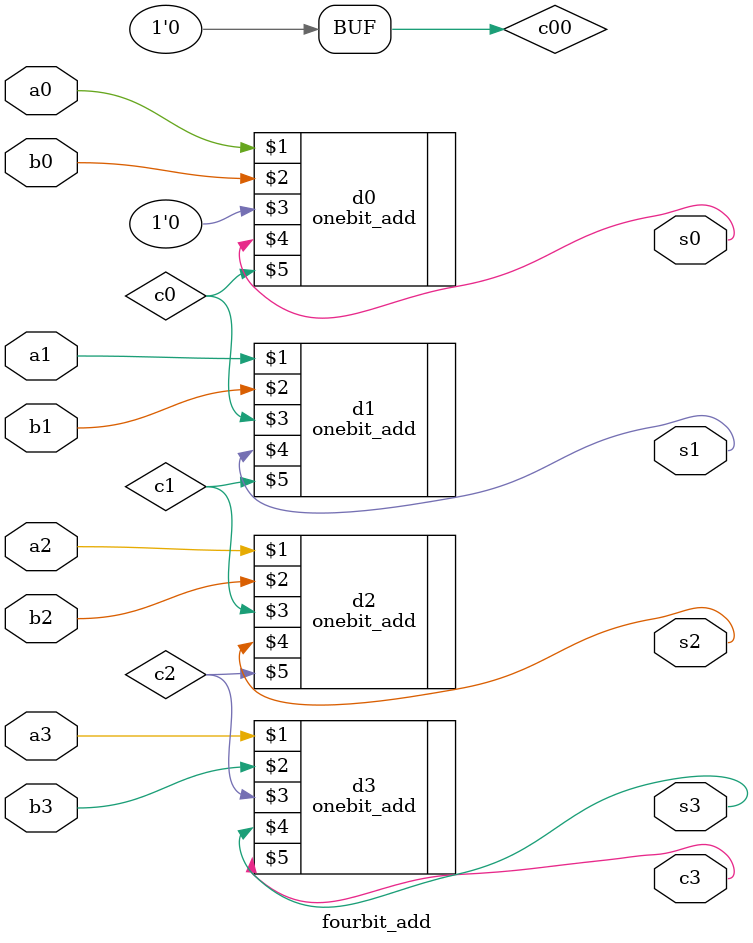
<source format=v>
`timescale 1ns / 1ps


module fourbit_add(
    input a0,
    input a1,
    input a2,
    input a3,
    input b0,
    input b1,
    input b2,
    input b3,
    output s0,
    output s1,
    output s2,
    output s3,
    output c3
    );
    wire c00,c0,c1,c2;
    assign c00 = 0;
    onebit_add d0(a0,b0,c00,s0,c0);
    onebit_add d1(a1,b1,c0,s1,c1);
    onebit_add d2(a2,b2,c1,s2,c2);
    onebit_add d3(a3,b3,c2,s3,c3);
endmodule

</source>
